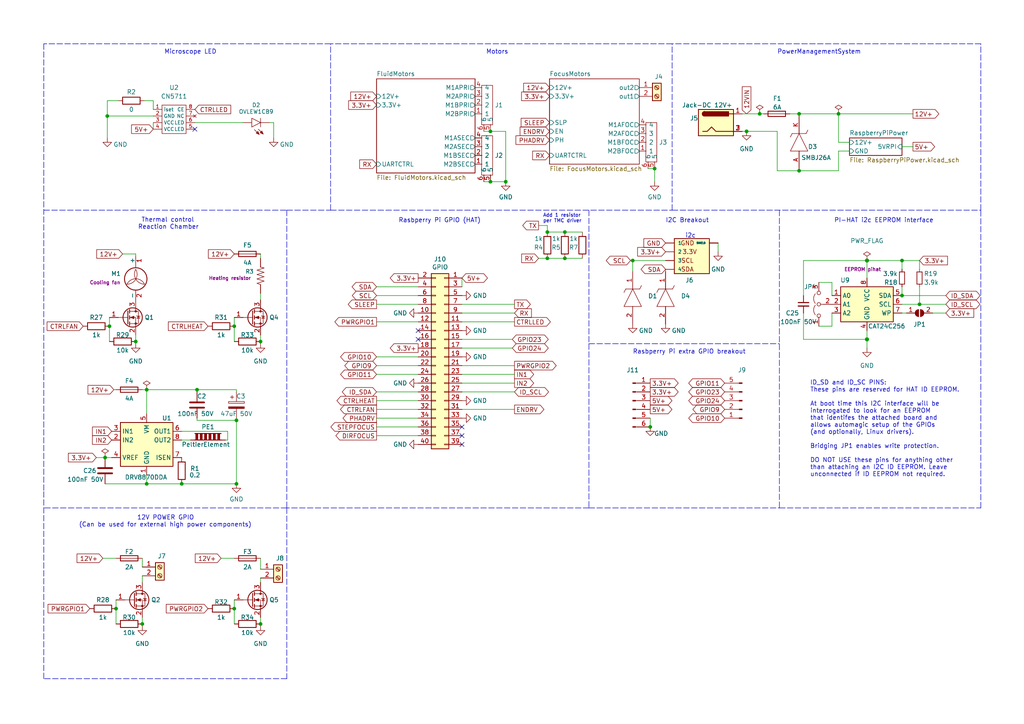
<source format=kicad_sch>
(kicad_sch (version 20211123) (generator eeschema)
  (paper "A4")
  (title_block (title "Rastaban-HAT") (date "2022-12-08") (rev "1.6") (company "HAN") (comment 1 "Casper R. Tak"))
  (junction (at 57.15 113.03))
  (junction (at 231.775 49.53))
  (junction (at 67.945 176.53))
  (junction (at 75.565 99.06))
  (junction (at 231.775 33.02))
  (junction (at 68.58 140.335))
  (junction (at 33.655 176.53))
  (junction (at 42.545 140.335))
  (junction (at 142.24 38.1))
  (junction (at 67.945 94.615))
  (junction (at 146.685 52.705))
  (junction (at 39.37 99.06))
  (junction (at 158.75 74.93))
  (junction (at 266.7 88.265))
  (junction (at 163.83 74.93))
  (junction (at 189.865 48.895))
  (junction (at 261.62 75.565))
  (junction (at 188.595 123.825))
  (junction (at 261.62 85.725))
  (junction (at 52.705 140.335))
  (junction (at 183.515 75.565))
  (junction (at 216.535 38.1))
  (junction (at 31.115 33.655))
  (junction (at 41.275 180.975))
  (junction (at 243.205 33.02))
  (junction (at 251.46 75.565) (diameter 1.016))
  (junction (at 142.24 52.705))
  (junction (at 31.75 94.615))
  (junction (at 163.83 67.31))
  (junction (at 220.345 33.02))
  (junction (at 30.48 132.715))
  (junction (at 158.75 67.31))
  (junction (at 68.58 121.92))
  (junction (at 42.545 113.03))
  (junction (at 75.565 180.975))
  (junction (at 251.46 98.425) (diameter 1.016))
  (no_connect (at 133.985 123.825))
  (no_connect (at 121.285 95.885))
  (no_connect (at 121.285 98.425))
  (no_connect (at 133.985 128.905))
  (no_connect (at 56.515 37.465))
  (no_connect (at 133.985 126.365))
  (wire (pts (xy 56.515 35.56) (xy 70.485 35.56)))
  (wire (pts (xy 27.94 132.715) (xy 30.48 132.715)))
  (wire (pts (xy 146.685 38.1) (xy 146.685 52.705)))
  (wire (pts (xy 233.045 98.425) (xy 251.46 98.425)))
  (wire (pts (xy 121.285 93.345) (xy 109.22 93.345)))
  (wire (pts (xy 133.985 90.805) (xy 149.225 90.805)))
  (wire (pts (xy 39.37 99.06) (xy 39.37 99.695)))
  (wire (pts (xy 78.105 35.56) (xy 79.375 35.56)))
  (wire (pts (xy 266.7 88.265) (xy 274.32 88.265)))
  (wire (pts (xy 66.04 125.095) (xy 52.705 125.095)))
  (wire (pts (xy 31.115 33.655) (xy 44.45 33.655)))
  (wire (pts (xy 261.62 42.545) (xy 264.795 42.545)))
  (wire (pts (xy 216.535 38.1) (xy 225.425 38.1)))
  (polyline (pts (xy 95.885 60.96) (xy 194.945 60.96)))
  (wire (pts (xy 187.96 48.895) (xy 189.865 48.895)))
  (polyline (pts (xy 170.815 147.32) (xy 226.06 147.32)))
  (wire (pts (xy 29.845 161.925) (xy 33.655 161.925)))
  (wire (pts (xy 261.62 75.565) (xy 261.62 78.105)))
  (wire (pts (xy 261.62 88.265) (xy 266.7 88.265)))
  (wire (pts (xy 156.21 65.405) (xy 158.75 65.405)))
  (wire (pts (xy 52.705 127.635) (xy 55.245 127.635)))
  (wire (pts (xy 109.22 106.045) (xy 121.285 106.045)))
  (wire (pts (xy 237.49 81.915) (xy 241.3 81.915)))
  (wire (pts (xy 156.21 74.93) (xy 158.75 74.93)))
  (wire (pts (xy 140.335 38.1) (xy 142.24 38.1)))
  (wire (pts (xy 121.285 103.505) (xy 109.22 103.505)))
  (wire (pts (xy 33.02 113.03) (xy 33.655 113.03)))
  (wire (pts (xy 189.865 48.895) (xy 189.865 52.705)))
  (wire (pts (xy 121.285 121.285) (xy 109.22 121.285)))
  (polyline (pts (xy 226.06 147.32) (xy 284.48 147.32)))
  (wire (pts (xy 65.405 127.635) (xy 66.04 127.635)))
  (wire (pts (xy 75.565 97.155) (xy 75.565 99.06)))
  (wire (pts (xy 251.46 75.565) (xy 251.46 80.645)))
  (wire (pts (xy 133.985 106.045) (xy 149.225 106.045)))
  (wire (pts (xy 109.22 126.365) (xy 121.285 126.365)))
  (wire (pts (xy 163.83 74.93) (xy 168.91 74.93)))
  (wire (pts (xy 75.565 180.975) (xy 75.565 181.61)))
  (polyline (pts (xy 83.185 147.32) (xy 83.185 196.85)))
  (polyline (pts (xy 194.945 60.96) (xy 284.48 60.96)))
  (wire (pts (xy 188.595 121.285) (xy 188.595 123.825)))
  (wire (pts (xy 42.545 113.03) (xy 42.545 120.015)))
  (polyline (pts (xy 95.885 60.96) (xy 95.885 12.7)))
  (wire (pts (xy 241.3 90.805) (xy 241.3 94.615)))
  (wire (pts (xy 109.22 116.205) (xy 121.285 116.205)))
  (wire (pts (xy 67.945 173.99) (xy 67.945 176.53)))
  (wire (pts (xy 193.04 78.105) (xy 193.04 78.74)))
  (wire (pts (xy 109.22 123.825) (xy 121.285 123.825)))
  (wire (pts (xy 75.565 179.07) (xy 75.565 180.975)))
  (wire (pts (xy 133.985 100.965) (xy 148.59 100.965)))
  (polyline (pts (xy 83.185 60.96) (xy 95.885 60.96)))
  (wire (pts (xy 251.46 98.425) (xy 251.46 100.965)))
  (wire (pts (xy 133.985 118.745) (xy 149.225 118.745)))
  (wire (pts (xy 109.22 108.585) (xy 121.285 108.585)))
  (wire (pts (xy 68.58 113.665) (xy 68.58 113.03)))
  (wire (pts (xy 41.275 161.925) (xy 41.275 164.465)))
  (wire (pts (xy 57.15 121.285) (xy 57.15 121.92)))
  (wire (pts (xy 41.91 29.21) (xy 44.45 29.21)))
  (wire (pts (xy 34.29 29.21) (xy 31.115 29.21)))
  (polyline (pts (xy 170.815 72.39) (xy 170.815 99.695)))
  (wire (pts (xy 243.205 43.815) (xy 246.38 43.815)))
  (polyline (pts (xy 226.06 60.96) (xy 226.06 72.39)))
  (polyline (pts (xy 170.815 99.695) (xy 226.06 99.695)))
  (wire (pts (xy 251.46 95.885) (xy 251.46 98.425)))
  (wire (pts (xy 163.83 67.31) (xy 168.91 67.31)))
  (polyline (pts (xy 170.815 60.96) (xy 170.815 72.39)))
  (wire (pts (xy 68.58 121.92) (xy 68.58 140.335)))
  (wire (pts (xy 182.88 75.565) (xy 183.515 75.565)))
  (wire (pts (xy 133.985 88.265) (xy 149.225 88.265)))
  (wire (pts (xy 183.515 75.565) (xy 183.515 78.74)))
  (wire (pts (xy 44.45 35.56) (xy 44.45 37.465)))
  (wire (pts (xy 241.3 81.915) (xy 241.3 85.725)))
  (wire (pts (xy 42.545 140.335) (xy 52.705 140.335)))
  (wire (pts (xy 75.565 99.06) (xy 75.565 99.695)))
  (wire (pts (xy 133.985 113.665) (xy 149.225 113.665)))
  (wire (pts (xy 109.22 88.265) (xy 121.285 88.265)))
  (wire (pts (xy 243.205 33.02) (xy 264.795 33.02)))
  (wire (pts (xy 261.62 90.805) (xy 262.89 90.805)))
  (polyline (pts (xy 170.815 147.32) (xy 83.185 147.32)))
  (wire (pts (xy 57.15 113.03) (xy 68.58 113.03)))
  (polyline (pts (xy 83.185 196.85) (xy 12.7 196.85)))
  (wire (pts (xy 121.285 113.665) (xy 109.22 113.665)))
  (wire (pts (xy 140.335 52.705) (xy 142.24 52.705)))
  (wire (pts (xy 39.37 97.155) (xy 39.37 99.06)))
  (wire (pts (xy 41.275 179.07) (xy 41.275 180.975)))
  (polyline (pts (xy 83.185 60.96) (xy 83.185 147.32)))
  (wire (pts (xy 31.115 29.21) (xy 31.115 33.655)))
  (wire (pts (xy 158.75 74.93) (xy 163.83 74.93)))
  (wire (pts (xy 231.775 33.02) (xy 243.205 33.02)))
  (wire (pts (xy 121.285 83.185) (xy 109.22 83.185)))
  (wire (pts (xy 133.985 111.125) (xy 149.225 111.125)))
  (wire (pts (xy 39.37 73.66) (xy 35.56 73.66)))
  (polyline (pts (xy 82.55 60.96) (xy 82.55 60.96)))
  (wire (pts (xy 158.75 65.405) (xy 158.75 67.31)))
  (wire (pts (xy 57.15 121.92) (xy 68.58 121.92)))
  (wire (pts (xy 261.62 83.185) (xy 261.62 85.725)))
  (polyline (pts (xy 194.945 12.7) (xy 95.885 12.7)))
  (wire (pts (xy 246.38 41.275) (xy 243.205 41.275)))
  (polyline (pts (xy 170.815 99.695) (xy 170.815 147.32)))
  (wire (pts (xy 39.37 74.295) (xy 39.37 73.66)))
  (wire (pts (xy 31.75 94.615) (xy 31.75 99.06)))
  (wire (pts (xy 142.24 38.1) (xy 146.685 38.1)))
  (wire (pts (xy 133.985 93.345) (xy 149.225 93.345)))
  (wire (pts (xy 66.04 127.635) (xy 66.04 125.095)))
  (wire (pts (xy 41.275 113.03) (xy 42.545 113.03)))
  (wire (pts (xy 215.265 38.1) (xy 216.535 38.1)))
  (wire (pts (xy 133.985 98.425) (xy 148.59 98.425)))
  (wire (pts (xy 142.24 52.705) (xy 146.685 52.705)))
  (wire (pts (xy 208.28 70.485) (xy 208.28 73.025)))
  (wire (pts (xy 64.135 161.925) (xy 67.945 161.925)))
  (wire (pts (xy 41.275 167.005) (xy 41.275 168.91)))
  (polyline (pts (xy 95.885 12.7) (xy 12.7 12.7)))
  (wire (pts (xy 33.655 176.53) (xy 33.655 180.975)))
  (wire (pts (xy 109.22 118.745) (xy 121.285 118.745)))
  (wire (pts (xy 270.51 90.805) (xy 274.32 90.805)))
  (wire (pts (xy 220.345 33.02) (xy 221.488 33.02)))
  (polyline (pts (xy 284.48 12.7) (xy 194.945 12.7)))
  (wire (pts (xy 231.775 33.02) (xy 231.775 33.655)))
  (wire (pts (xy 30.48 132.715) (xy 32.385 132.715)))
  (wire (pts (xy 67.945 94.615) (xy 67.945 99.06)))
  (wire (pts (xy 42.545 140.335) (xy 42.545 137.795)))
  (wire (pts (xy 233.045 90.805) (xy 233.045 98.425)))
  (wire (pts (xy 215.265 33.02) (xy 220.345 33.02)))
  (wire (pts (xy 33.655 173.99) (xy 33.655 176.53)))
  (wire (pts (xy 42.545 113.03) (xy 57.15 113.03)))
  (wire (pts (xy 158.75 67.31) (xy 163.83 67.31)))
  (wire (pts (xy 225.425 38.1) (xy 225.425 49.53)))
  (wire (pts (xy 79.375 35.56) (xy 79.375 40.005)))
  (wire (pts (xy 109.22 85.725) (xy 121.285 85.725)))
  (wire (pts (xy 266.7 78.105) (xy 266.7 75.565)))
  (wire (pts (xy 31.115 33.655) (xy 31.115 40.005)))
  (wire (pts (xy 75.565 161.925) (xy 75.565 165.1)))
  (wire (pts (xy 261.62 75.565) (xy 266.7 75.565)))
  (wire (pts (xy 243.205 33.02) (xy 243.205 41.275)))
  (wire (pts (xy 133.985 108.585) (xy 149.225 108.585)))
  (wire (pts (xy 75.565 167.64) (xy 75.565 168.91)))
  (polyline (pts (xy 194.945 60.96) (xy 194.945 12.7)))
  (polyline (pts (xy 12.7 142.24) (xy 12.7 60.96)))
  (polyline (pts (xy 284.48 147.32) (xy 284.48 60.96)))
  (wire (pts (xy 68.58 121.285) (xy 68.58 121.92)))
  (wire (pts (xy 233.045 75.565) (xy 251.46 75.565)))
  (wire (pts (xy 67.945 92.075) (xy 67.945 94.615)))
  (wire (pts (xy 67.945 176.53) (xy 67.945 180.975)))
  (wire (pts (xy 30.48 140.335) (xy 42.545 140.335)))
  (wire (pts (xy 225.425 49.53) (xy 231.775 49.53)))
  (wire (pts (xy 233.045 75.565) (xy 233.045 85.725)))
  (polyline (pts (xy 12.7 12.7) (xy 12.7 60.96)))
  (polyline (pts (xy 284.48 60.96) (xy 284.48 12.7)))
  (wire (pts (xy 31.75 92.075) (xy 31.75 94.615)))
  (wire (pts (xy 41.275 180.975) (xy 41.275 181.61)))
  (wire (pts (xy 133.985 80.645) (xy 133.985 83.185)))
  (wire (pts (xy 241.3 94.615) (xy 237.49 94.615)))
  (wire (pts (xy 266.7 83.185) (xy 266.7 88.265)))
  (wire (pts (xy 243.205 43.815) (xy 243.205 49.53)))
  (wire (pts (xy 75.565 73.66) (xy 75.565 74.93)))
  (wire (pts (xy 68.58 140.335) (xy 52.705 140.335)))
  (wire (pts (xy 261.62 85.725) (xy 274.32 85.725)))
  (polyline (pts (xy 226.06 72.39) (xy 226.06 147.32)))
  (wire (pts (xy 75.565 85.09) (xy 75.565 86.995)))
  (polyline (pts (xy 83.185 147.32) (xy 12.7 147.32)))
  (wire (pts (xy 57.15 113.03) (xy 57.15 113.665)))
  (wire (pts (xy 231.775 48.895) (xy 231.775 49.53)))
  (wire (pts (xy 44.45 29.21) (xy 44.45 31.75)))
  (polyline (pts (xy 12.7 196.85) (xy 12.7 142.24)))
  (wire (pts (xy 183.515 75.565) (xy 193.04 75.565)))
  (wire (pts (xy 231.775 49.53) (xy 243.205 49.53)))
  (wire (pts (xy 229.108 33.02) (xy 231.775 33.02)))
  (polyline (pts (xy 12.7 60.96) (xy 83.185 60.96)))
  (wire (pts (xy 251.46 75.565) (xy 261.62 75.565)))
  (text "ID_SD and ID_SC PINS:\nThese pins are reserved for HAT ID EEPROM.\n\nAt boot time this I2C interface will be\ninterrogated to look for an EEPROM\nthat identifes the attached board and\nallows automagic setup of the GPIOs\n(and optionally, Linux drivers).\n\nBridging JP1 enables write protection.\n\nDO NOT USE these pins for anything other\nthan attaching an I2C ID EEPROM. Leave\nunconnected if ID EEPROM not required." (at 234.95 138.43 0) (effects (font (size 1.27 1.27)) (justify left bottom)))
  (text "Add 1 resistor \nper TMC driver" (at 157.48 64.77 0) (effects (font (size 1 1)) (justify left bottom)))
  (text "I2C Breakout\n" (at 193.04 64.77 0) (effects (font (size 1.27 1.27)) (justify left bottom)))
  (text "Microscope LED" (at 47.625 15.875 0) (effects (font (size 1.27 1.27)) (justify left bottom)))
  (text "Rasbperry Pi extra GPIO breakout\n" (at 183.515 102.87 0) (effects (font (size 1.27 1.27)) (justify left bottom)))
  (text "Motors" (at 140.97 15.875 0) (effects (font (size 1.27 1.27)) (justify left bottom)))
  (text " Thermal control\nReaction Chamber" (at 40.005 66.675 0) (effects (font (size 1.27 1.27)) (justify left bottom)))
  (text "			  12V POWER GPIO\n(Can be used for external high power components)" (at 22.86 153.035 0) (effects (font (size 1.27 1.27)) (justify left bottom)))
  (text "i2c" (at 198.755 69.215 0) (effects (font (size 1.27 1.27)) (justify left bottom)))
  (text "Rasbperry Pi GPIO (HAT)\n" (at 115.57 64.77 0) (effects (font (size 1.27 1.27)) (justify left bottom)))
  (text "PI-HAT i2c EEPROM interface" (at 241.935 64.77 0) (effects (font (size 1.27 1.27)) (justify left bottom)))
  (text "PowerManagementSystem" (at 225.425 15.875 0) (effects (font (size 1.27 1.27)) (justify left bottom)))
  (global_label "SLEEP" (shape output) (at 109.22 88.265 180) (property "Intersheet References" "${INTERSHEET_REFS}" (effects hide)))
  (global_label "IN1" (shape output) (at 149.225 108.585 0) (property "Intersheet References" "${INTERSHEET_REFS}" (effects hide)))
  (global_label "GPIO9" (shape bidirectional) (at 210.185 118.745 180) (property "Intersheet References" "${INTERSHEET_REFS}" (effects hide)))
  (global_label "GND" (shape input) (at 193.04 70.485 180) (property "Intersheet References" "${INTERSHEET_REFS}" (effects hide)))
  (global_label "ENDRV" (shape input) (at 159.385 38.1 180) (property "Intersheet References" "${INTERSHEET_REFS}" (effects hide)))
  (global_label "IN2" (shape output) (at 149.225 111.125 0) (property "Intersheet References" "${INTERSHEET_REFS}" (effects hide)))
  (global_label "3.3V+" (shape input) (at 109.22 30.48 180) (property "Intersheet References" "${INTERSHEET_REFS}" (effects hide)))
  (global_label "SDA" (shape bidirectional) (at 193.04 78.105 180) (property "Intersheet References" "${INTERSHEET_REFS}" (effects hide)))
  (global_label "PHADRV" (shape output) (at 109.22 121.285 180) (property "Intersheet References" "${INTERSHEET_REFS}" (effects hide)))
  (global_label "5V+" (shape output) (at 188.595 116.205 0) (property "Intersheet References" "${INTERSHEET_REFS}" (effects hide)))
  (global_label "3.3V+" (shape input) (at 266.7 75.565 0) (property "Intersheet References" "${INTERSHEET_REFS}" (effects hide)))
  (global_label "3.3V+" (shape output) (at 188.595 111.125 0) (property "Intersheet References" "${INTERSHEET_REFS}" (effects hide)))
  (global_label "GPIO23" (shape bidirectional) (at 210.185 113.665 180) (property "Intersheet References" "${INTERSHEET_REFS}" (effects hide)))
  (global_label "ID_SDA" (shape bidirectional) (at 274.32 85.725 0) (property "Intersheet References" "${INTERSHEET_REFS}" (effects hide)))
  (global_label "12V+" (shape input) (at 35.56 73.66 180) (property "Intersheet References" "${INTERSHEET_REFS}" (effects hide)))
  (global_label "IN1" (shape input) (at 32.385 125.095 180) (property "Intersheet References" "${INTERSHEET_REFS}" (effects hide)))
  (global_label "GPIO11" (shape bidirectional) (at 210.185 111.125 180) (property "Intersheet References" "${INTERSHEET_REFS}" (effects hide)))
  (global_label "12V+" (shape input) (at 159.385 25.4 180) (property "Intersheet References" "${INTERSHEET_REFS}" (effects hide)))
  (global_label "3.3V+" (shape output) (at 188.595 113.665 0) (property "Intersheet References" "${INTERSHEET_REFS}" (effects hide)))
  (global_label "3.3V+" (shape output) (at 121.285 100.965 180) (property "Intersheet References" "${INTERSHEET_REFS}" (effects hide)))
  (global_label "5V+" (shape bidirectional) (at 133.985 80.645 0) (property "Intersheet References" "${INTERSHEET_REFS}" (effects hide)))
  (global_label "3.3V+" (shape input) (at 27.94 132.715 180) (property "Intersheet References" "${INTERSHEET_REFS}" (effects hide)))
  (global_label "IN2" (shape input) (at 32.385 127.635 180) (property "Intersheet References" "${INTERSHEET_REFS}" (effects hide)))
  (global_label "GPIO24" (shape bidirectional) (at 210.185 116.205 180) (property "Intersheet References" "${INTERSHEET_REFS}" (effects hide)))
  (global_label "SCL" (shape bidirectional) (at 182.88 75.565 180) (property "Intersheet References" "${INTERSHEET_REFS}" (effects hide)))
  (global_label "GPIO24" (shape bidirectional) (at 148.59 100.965 0) (property "Intersheet References" "${INTERSHEET_REFS}" (effects hide)))
  (global_label "3.3V+" (shape output) (at 121.285 80.645 180) (property "Intersheet References" "${INTERSHEET_REFS}" (effects hide)))
  (global_label "5V+" (shape output) (at 264.795 42.545 0) (property "Intersheet References" "${INTERSHEET_REFS}" (effects hide)))
  (global_label "5V+" (shape output) (at 188.595 118.745 0) (property "Intersheet References" "${INTERSHEET_REFS}" (effects hide)))
  (global_label "PWRGPIO1" (shape input) (at 26.035 176.53 180) (property "Intersheet References" "${INTERSHEET_REFS}" (effects hide)))
  (global_label "GPIO10" (shape bidirectional) (at 210.185 121.285 180) (property "Intersheet References" "${INTERSHEET_REFS}" (effects hide)))
  (global_label "3.3V+" (shape input) (at 159.385 27.94 180) (property "Intersheet References" "${INTERSHEET_REFS}" (effects hide)))
  (global_label "PWRGPIO2" (shape input) (at 60.325 176.53 180) (property "Intersheet References" "${INTERSHEET_REFS}" (effects hide)))
  (global_label "RX" (shape input) (at 149.225 90.805 0) (property "Intersheet References" "${INTERSHEET_REFS}" (effects hide)))
  (global_label "SDA" (shape bidirectional) (at 109.22 83.185 180) (property "Intersheet References" "${INTERSHEET_REFS}" (effects hide)))
  (global_label "12V+" (shape input) (at 67.945 73.66 180) (property "Intersheet References" "${INTERSHEET_REFS}" (effects hide)))
  (global_label "3.3V+" (shape input) (at 193.04 73.025 180) (property "Intersheet References" "${INTERSHEET_REFS}" (effects hide)))
  (global_label "12V+" (shape input) (at 29.845 161.925 180) (property "Intersheet References" "${INTERSHEET_REFS}" (effects hide)))
  (global_label "RX" (shape input) (at 109.22 47.625 180) (property "Intersheet References" "${INTERSHEET_REFS}" (effects hide)))
  (global_label "PHADRV" (shape input) (at 159.385 40.64 180) (property "Intersheet References" "${INTERSHEET_REFS}" (effects hide)))
  (global_label "CTRLLED" (shape output) (at 149.225 93.345 0) (property "Intersheet References" "${INTERSHEET_REFS}" (effects hide)))
  (global_label "CTRLFAN" (shape input) (at 24.13 94.615 180) (property "Intersheet References" "${INTERSHEET_REFS}" (effects hide)))
  (global_label "5V+" (shape input) (at 44.45 37.465 180) (property "Intersheet References" "${INTERSHEET_REFS}" (effects hide)))
  (global_label "3.3V+" (shape input) (at 274.32 90.805 0) (property "Intersheet References" "${INTERSHEET_REFS}" (effects hide)))
  (global_label "ID_SCL" (shape bidirectional) (at 274.32 88.265 0) (property "Intersheet References" "${INTERSHEET_REFS}" (effects hide)))
  (global_label "12V+" (shape input) (at 64.135 161.925 180) (property "Intersheet References" "${INTERSHEET_REFS}" (effects hide)))
  (global_label "TX" (shape output) (at 149.225 88.265 0) (property "Intersheet References" "${INTERSHEET_REFS}" (effects hide)))
  (global_label "GPIO10" (shape bidirectional) (at 109.22 103.505 180) (property "Intersheet References" "${INTERSHEET_REFS}" (effects hide)))
  (global_label "GPIO23" (shape bidirectional) (at 148.59 98.425 0) (property "Intersheet References" "${INTERSHEET_REFS}" (effects hide)))
  (global_label "SLEEP" (shape input) (at 159.385 35.56 180) (property "Intersheet References" "${INTERSHEET_REFS}" (effects hide)))
  (global_label "TX" (shape output) (at 156.21 65.405 180) (property "Intersheet References" "${INTERSHEET_REFS}" (effects hide)))
  (global_label "PWRGPIO2" (shape output) (at 149.225 106.045 0) (property "Intersheet References" "${INTERSHEET_REFS}" (effects hide)))
  (global_label "RX" (shape input) (at 159.385 45.085 180) (property "Intersheet References" "${INTERSHEET_REFS}" (effects hide)))
  (global_label "12V+" (shape output) (at 264.795 33.02 0) (property "Intersheet References" "${INTERSHEET_REFS}" (effects hide)))
  (global_label "DIRFOCUS" (shape output) (at 109.22 126.365 180) (property "Intersheet References" "${INTERSHEET_REFS}" (effects hide)))
  (global_label "GPIO9" (shape bidirectional) (at 109.22 106.045 180) (property "Intersheet References" "${INTERSHEET_REFS}" (effects hide)))
  (global_label "CTRLHEAT" (shape output) (at 109.22 116.205 180) (property "Intersheet References" "${INTERSHEET_REFS}" (effects hide)))
  (global_label "ID_SCL" (shape bidirectional) (at 149.225 113.665 0) (property "Intersheet References" "${INTERSHEET_REFS}" (effects hide)))
  (global_label "12VIN" (shape input) (at 216.535 33.02 90) (property "Intersheet References" "${INTERSHEET_REFS}" (effects hide)))
  (global_label "CTRLFAN" (shape output) (at 109.22 118.745 180) (property "Intersheet References" "${INTERSHEET_REFS}" (effects hide)))
  (global_label "ID_SDA" (shape bidirectional) (at 109.22 113.665 180) (property "Intersheet References" "${INTERSHEET_REFS}" (effects hide)))
  (global_label "12V+" (shape input) (at 33.02 113.03 180) (property "Intersheet References" "${INTERSHEET_REFS}" (effects hide)))
  (global_label "RX" (shape input) (at 156.21 74.93 180) (property "Intersheet References" "${INTERSHEET_REFS}" (effects hide)))
  (global_label "GPIO11" (shape bidirectional) (at 109.22 108.585 180) (property "Intersheet References" "${INTERSHEET_REFS}" (effects hide)))
  (global_label "PWRGPIO1" (shape output) (at 109.22 93.345 180) (property "Intersheet References" "${INTERSHEET_REFS}" (effects hide)))
  (global_label "SCL" (shape bidirectional) (at 109.22 85.725 180) (property "Intersheet References" "${INTERSHEET_REFS}" (effects hide)))
  (global_label "CTRLLED" (shape input) (at 56.515 31.75 0) (property "Intersheet References" "${INTERSHEET_REFS}" (effects hide)))
  (global_label "STEPFOCUS" (shape output) (at 109.22 123.825 180) (property "Intersheet References" "${INTERSHEET_REFS}" (effects hide)))
  (global_label "CTRLHEAT" (shape input) (at 60.325 94.615 180) (property "Intersheet References" "${INTERSHEET_REFS}" (effects hide)))
  (global_label "ENDRV" (shape output) (at 149.225 118.745 0) (property "Intersheet References" "${INTERSHEET_REFS}" (effects hide)))
  (global_label "12V+" (shape input) (at 109.22 27.94 180) (property "Intersheet References" "${INTERSHEET_REFS}" (effects hide)))
  (symbol (lib_id "Connector:Screw_Terminal_01x02") (at 46.355 164.465 0) (unit 1)
    (property "Reference" "J7" (at 45.72 161.29 0) (effects (justify left)))
    (property "Value" "Screw_Terminal_01x02" (effects hide))
    (property "Footprint" "SamacSys_Parts:1808190" (effects hide))
    (property "Datasheet" "https://www.phoenixcontact.com/en-us/products/pcb-header-ptsm-05-2-hh0-25-smd-r32-1808190?type=pdf" (effects hide))
    (property "Purpose" "Terminal" (effects hide))
    (property "Mouser" "651-1808190" (effects hide))
  )
  (symbol (lib_id "Device:C_Polarized") (at 68.58 117.475 0) (unit 1)
    (property "Reference" "C3" (at 69.85 114.935 0))
    (property "Value" "47uF 50V" (at 68.58 120.015 0))
    (property "Footprint" "Capacitor_SMD:CP_Elec_6.3x5.4" (effects hide))
    (property "Manufacturer_Part_Number" "C2918513" (effects hide))
    (property "LCSC" "C72522" (effects hide))
    (property "Purpose" "decoupling" (effects hide))
  )
  (symbol (lib_id "power:GND") (at 121.285 111.125 270) (unit 1)
    (property "Reference" "#PWR0109" (effects hide))
    (property "Value" "GND" (at 118.11 111.125 90) (effects (justify right)))
  )
  (symbol (lib_id "power:GND") (at 39.37 99.695 0) (unit 1)
    (property "Reference" "#PWR03" (effects hide))
    (property "Value" "GND" (at 39.37 104.775 0))
  )
  (symbol (lib_id "power:PWR_FLAG") (at 42.545 113.03 0) (unit 1)
    (property "Reference" "#FLG0107" (effects hide))
    (property "Value" "PWR_FLAG" (effects hide))
  )
  (symbol (lib_id "Device:Fuse") (at 37.465 161.925 90) (unit 1)
    (property "Reference" "F2" (at 37.465 160.02 90))
    (property "Value" "2A" (at 37.465 164.465 90))
    (property "Footprint" "Fuse:Fuse_2010_5025Metric_Pad1.52x2.65mm_HandSolder" (effects hide))
    (property "LCSC" "C355689" (effects hide))
  )
  (symbol (lib_id "power:GND") (at 121.285 90.805 270) (unit 1)
    (property "Reference" "#PWR0115" (effects hide))
    (property "Value" "GND" (at 118.11 90.805 90) (effects (justify right)))
  )
  (symbol (lib_id "power:PWR_FLAG") (at 251.46 75.565 0) (unit 1)
    (property "Reference" "#FLG0104" (effects hide))
    (property "Value" "PWR_FLAG" (at 251.46 69.85 0))
  )
  (symbol (lib_id "Device:R") (at 163.83 71.12 180) (unit 1)
    (property "Reference" "R5" (at 161.29 71.755 0))
    (property "Value" "1k" (at 161.29 69.215 0))
    (property "Footprint" "Resistor_SMD:R_0805_2012Metric_Pad1.20x1.40mm_HandSolder" (effects hide))
    (property "Purpose" "to prevent current surge (ESD)" (effects hide))
    (property "LCSC" "C17414" (effects hide))
  )
  (symbol (lib_id "Connector:Conn_01x05_Male") (at 215.265 116.205 180) (unit 1)
    (property "Reference" "J9" (at 213.995 107.315 0) (effects (justify right)))
    (property "Value" "Conn_01x05_Male" (effects hide))
    (property "Footprint" "Connector_PinHeader_2.54mm:PinHeader_1x05_P2.54mm_Vertical" (effects hide))
    (property "LCSC" "x" (effects hide))
    (property "Mouser" "x" (effects hide))
  )
  (symbol (lib_id "Connector:Screw_Terminal_01x02") (at 80.645 165.1 0) (unit 1)
    (property "Reference" "J8" (at 80.01 161.925 0) (effects (justify left)))
    (property "Value" "Screw_Terminal_01x02" (effects hide))
    (property "Footprint" "SamacSys_Parts:1808190" (effects hide))
    (property "Datasheet" "https://www.phoenixcontact.com/en-us/products/pcb-header-ptsm-05-2-hh0-25-smd-r32-1808190?type=pdf" (effects hide))
    (property "Purpose" "Terminal" (effects hide))
    (property "Mouser" "651-1808190" (effects hide))
  )
  (symbol (lib_id "Device:R") (at 168.91 71.12 180) (unit 1)
    (property "Reference" "R7" (at 166.37 71.755 0))
    (property "Value" "1k" (at 166.37 69.215 0))
    (property "Footprint" "Resistor_SMD:R_0805_2012Metric_Pad1.20x1.40mm_HandSolder" (effects hide))
    (property "Purpose" "to prevent current surge (ESD)" (effects hide))
    (property "LCSC" "C17414" (effects hide))
  )
  (symbol (lib_id "Device:R") (at 29.845 176.53 90) (unit 1)
    (property "Reference" "R28" (at 29.845 173.99 90))
    (property "Value" "1k" (at 29.845 179.07 90))
    (property "Footprint" "Resistor_SMD:R_0805_2012Metric_Pad1.20x1.40mm_HandSolder" (effects hide))
    (property "Purpose" "to prevent current surge (ESD)" (effects hide))
    (property "LCSC" "C17414" (effects hide))
  )
  (symbol (lib_id "power:GND") (at 41.275 181.61 0) (unit 1)
    (property "Reference" "#PWR04" (effects hide))
    (property "Value" "GND" (at 41.275 186.69 0))
  )
  (symbol (lib_id "Device:R") (at 64.135 94.615 90) (unit 1)
    (property "Reference" "R31" (at 64.135 92.075 90))
    (property "Value" "1k" (at 64.135 97.155 90))
    (property "Footprint" "Resistor_SMD:R_0805_2012Metric_Pad1.20x1.40mm_HandSolder" (effects hide))
    (property "Purpose" "to prevent current surge (ESD)" (effects hide))
    (property "LCSC" "C17414" (effects hide))
  )
  (symbol (lib_id "Transistor_FET:2N7002K") (at 73.025 173.99 0) (unit 1)
    (property "Reference" "Q5" (at 78.105 173.99 0) (effects (justify left)))
    (property "Value" "PMV15ENE" (effects hide))
    (property "Footprint" "Package_TO_SOT_SMD:SOT-23" (effects hide))
    (property "Datasheet" "https://nl.mouser.com/datasheet/2/916/PMV15ENE-2909821.pdf" (effects hide))
    (property "Mouser" "771-PMV15ENER" (effects hide))
  )
  (symbol (lib_name "1778780_1") (lib_id "SamacSys_Parts:1778780") (at 144.78 31.115 180) (unit 1)
    (property "Reference" "J1" (at 143.51 30.4799 0) (effects (justify right)))
    (property "Value" "1778780" (effects hide))
    (property "Footprint" "SamacSys_Parts:1778780" (effects hide))
    (property "Datasheet" "http://www.phoenixcontact.com/de/produkte/1778780/pdf" (effects hide))
    (property "Description" "PCB header, nominal cross section: 0.5 mm?, color: black, nominal current: 6 A, rated voltage (III/2): 160 V, contact surface: Tin, type of contact: Male connector, Number of potentials: 4, Number of rows: 1, Number of positions per row: 4, number of connections: 4, product range: PTSM 0,5/..-HH-SMD, pitch: 2.5 mm, mounting: SMD soldering, pin layout: Linear pad geometry, Stecksystem: COMBICON COMPACT PTSM, Locking: without, type of packaging: 32 mm wide tape, Article with anti-rotation pin" (effects hide))
    (property "Height" "5.1" (effects hide))
    (property "Mouser Part Number" "651-1778780" (effects hide))
    (property "Mouser Price/Stock" "https://www.mouser.co.uk/ProductDetail/Phoenix-Contact/1778780?qs=pYfYGt2amwkFYtacWTGMiw%3D%3D" (effects hide))
    (property "Manufacturer_Name" "Phoenix Contact" (effects hide))
    (property "Manufacturer_Part_Number" "1778780" (effects hide))
    (property "LCSC" "C5173835" (effects hide))
  )
  (symbol (lib_id "power:GND") (at 133.985 95.885 90) (unit 1)
    (property "Reference" "#PWR0112" (effects hide))
    (property "Value" "GND" (at 137.16 95.8849 90) (effects (justify right)))
  )
  (symbol (lib_id "Motor:Fan") (at 39.37 81.915 0) (unit 1)
    (property "Reference" "M1" (at 33.655 79.375 0))
    (property "Value" "Fan" (effects hide))
    (property "Footprint" "SamacSys_Parts:1808190" (effects hide))
    (property "Datasheet" "https://www.phoenixcontact.com/en-us/products/pcb-header-ptsm-05-2-hh0-25-smd-r32-1808190?type=pdf" (effects hide))
    (property "Purpose" "Cooling fan" (at 30.48 81.915 0) (effects (font (size 1 1))))
    (property "Mouser" "651-1808190" (effects hide))
  )
  (symbol (lib_id "Device:R") (at 64.135 176.53 90) (unit 1)
    (property "Reference" "R32" (at 64.135 174.625 90))
    (property "Value" "1k" (at 64.135 179.07 90))
    (property "Footprint" "Resistor_SMD:R_0805_2012Metric_Pad1.20x1.40mm_HandSolder" (effects hide))
    (property "Purpose" "to prevent current surge (ESD)" (effects hide))
    (property "LCSC" "C17414" (effects hide))
  )
  (symbol (lib_id "power:PWR_FLAG") (at 243.205 33.02 0) (unit 1)
    (property "Reference" "#FLG0106" (effects hide))
    (property "Value" "PWR_FLAG" (effects hide))
  )
  (symbol (lib_name "1778780_1") (lib_id "SamacSys_Parts:1778780") (at 144.78 45.72 180) (unit 1)
    (property "Reference" "J2" (at 143.51 45.0849 0) (effects (justify right)))
    (property "Value" "1778780" (effects hide))
    (property "Footprint" "SamacSys_Parts:1778780" (effects hide))
    (property "Datasheet" "http://www.phoenixcontact.com/de/produkte/1778780/pdf" (effects hide))
    (property "Description" "PCB header, nominal cross section: 0.5 mm?, color: black, nominal current: 6 A, rated voltage (III/2): 160 V, contact surface: Tin, type of contact: Male connector, Number of potentials: 4, Number of rows: 1, Number of positions per row: 4, number of connections: 4, product range: PTSM 0,5/..-HH-SMD, pitch: 2.5 mm, mounting: SMD soldering, pin layout: Linear pad geometry, Stecksystem: COMBICON COMPACT PTSM, Locking: without, type of packaging: 32 mm wide tape, Article with anti-rotation pin" (effects hide))
    (property "Height" "5.1" (effects hide))
    (property "Mouser Part Number" "651-1778780" (effects hide))
    (property "Mouser Price/Stock" "https://www.mouser.co.uk/ProductDetail/Phoenix-Contact/1778780?qs=pYfYGt2amwkFYtacWTGMiw%3D%3D" (effects hide))
    (property "Manufacturer_Name" "Phoenix Contact" (effects hide))
    (property "Manufacturer_Part_Number" "1778780" (effects hide))
    (property "LCSC" "C5173835" (effects hide))
  )
  (symbol (lib_id "Device:R") (at 35.56 99.06 90) (unit 1)
    (property "Reference" "R29" (at 35.56 97.155 90))
    (property "Value" "10k" (at 35.56 101.6 90))
    (property "Footprint" "Resistor_SMD:R_0805_2012Metric_Pad1.20x1.40mm_HandSolder" (effects hide))
    (property "Purpose" "to prevent undefined state at boot" (effects hide))
    (property "LCSC" "C5140188" (effects hide))
  )
  (symbol (lib_id "SamacSys_Parts:ESD7351HT1G") (at 193.04 78.74 270) (unit 1)
    (property "Reference" "D4" (at 197.485 85.8519 90) (effects (justify left)))
    (property "Value" "ESD7351HT1G" (effects hide))
    (property "Footprint" "SamacSys_Parts:SOD2512X110N" (effects hide))
    (property "Datasheet" "https://componentsearchengine.com/Datasheets/1/ESD7351HT1G.pdf" (effects hide))
    (property "Description" "ESD Suppressors / TVS Diodes UNIDIRECTIONAL 3.3V ESD PR" (effects hide))
    (property "Height" "1.1" (effects hide))
    (property "Mouser Part Number" "863-ESD7351HT1G" (effects hide))
    (property "Mouser Price/Stock" "https://www.mouser.co.uk/ProductDetail/onsemi/ESD7351HT1G?qs=dbuNSGnowt39rUvUpno3Rw%3D%3D" (effects hide))
    (property "Manufacturer_Name" "onsemi" (effects hide))
    (property "Manufacturer_Part_Number" "ESD7351HT1G" (effects hide))
    (property "Purpose" "TVS diode" (effects hide))
  )
  (symbol (lib_id "Device:Fuse") (at 71.755 73.66 90) (unit 1)
    (property "Reference" "F5" (at 71.755 71.12 90))
    (property "Value" "4A" (at 71.755 76.2 90))
    (property "Footprint" "Fuse:Fuse_2010_5025Metric_Pad1.52x2.65mm_HandSolder" (effects hide))
    (property "LCSC" "C355687" (effects hide))
  )
  (symbol (lib_id "SamacSys_Parts:ESD7351HT1G") (at 183.515 78.74 270) (unit 1)
    (property "Reference" "D1" (at 187.96 85.8519 90) (effects (justify left)))
    (property "Value" "ESD7351HT1G" (effects hide))
    (property "Footprint" "SamacSys_Parts:SOD2512X110N" (effects hide))
    (property "Datasheet" "https://componentsearchengine.com/Datasheets/1/ESD7351HT1G.pdf" (effects hide))
    (property "Description" "ESD Suppressors / TVS Diodes UNIDIRECTIONAL 3.3V ESD PR" (effects hide))
    (property "Height" "1.1" (effects hide))
    (property "Mouser Part Number" "863-ESD7351HT1G" (effects hide))
    (property "Mouser Price/Stock" "https://www.mouser.co.uk/ProductDetail/onsemi/ESD7351HT1G?qs=dbuNSGnowt39rUvUpno3Rw%3D%3D" (effects hide))
    (property "Manufacturer_Name" "onsemi" (effects hide))
    (property "Manufacturer_Part_Number" "ESD7351HT1G" (effects hide))
    (property "Purpose" "TVS diode" (effects hide))
  )
  (symbol (lib_id "SamacSys_Parts:SMBJ26A") (at 231.775 33.655 270) (unit 1)
    (property "Reference" "D3" (at 234.315 42.545 90) (effects (justify left)))
    (property "Value" "SMBJ26A" (at 232.41 45.72 90) (effects (justify left)))
    (property "Footprint" "SamacSys_Parts:DIOM5436X261N" (effects hide))
    (property "Datasheet" "https://www.bourns.com/docs/product-datasheets/smbj.pdf?sfvrsn=34552159_17" (effects hide))
    (property "Mouser Part Number" "652-SMBJ26A" (effects hide))
    (property "LCSC" "C10216" (effects hide))
    (property "Purpose" "ESD" (effects hide))
  )
  (symbol (lib_id "Driver_LED:CN5711") (at 50.8 34.29 0) (unit 1)
    (property "Reference" "U2" (at 50.4825 25.4 0))
    (property "Value" "CN5711" (at 50.4825 27.94 0))
    (property "Footprint" "Package_SO:Texas_HTSOP-8-1EP_3.9x4.9mm_P1.27mm_EP2.95x4.9mm_Mask2.4x3.1mm_ThermalVias" (effects hide))
    (property "LCSC" "C35634" (effects hide))
  )
  (symbol (lib_id "Device:C_Small") (at 233.045 88.265 0) (unit 1)
    (property "Reference" "C25" (at 231.775 90.805 0) (effects (justify right)))
    (property "Value" "100nF 50V" (at 236.855 93.345 0) (effects (justify right)))
    (property "Footprint" "Capacitor_SMD:C_0805_2012Metric_Pad1.18x1.45mm_HandSolder" (effects hide))
    (property "LCSC" "C476766" (effects hide))
    (property "Purpose" "decoupling" (effects hide))
  )
  (symbol (lib_id "Device:C") (at 57.15 117.475 180) (unit 1)
    (property "Reference" "C2" (at 57.15 114.935 0) (effects (justify right)))
    (property "Value" "100nF 50V" (at 51.435 120.015 0) (effects (justify right)))
    (property "Footprint" "Capacitor_SMD:C_0805_2012Metric_Pad1.18x1.45mm_HandSolder" (effects hide))
    (property "LCSC" "C476766" (effects hide))
    (property "Purpose" "decoupling" (effects hide))
  )
  (symbol (lib_id "Device:C") (at 30.48 136.525 180) (unit 1)
    (property "Reference" "C26" (at 26.035 136.525 0))
    (property "Value" "100nF 50V" (at 24.765 139.065 0))
    (property "Footprint" "Capacitor_SMD:C_0805_2012Metric_Pad1.18x1.45mm_HandSolder" (effects hide))
    (property "LCSC" "C476766" (effects hide))
    (property "Purpose" "decoupling" (effects hide))
  )
  (symbol (lib_id "Connector:Screw_Terminal_01x02") (at 190.5 25.4 0) (unit 1)
    (property "Reference" "J4" (at 189.865 22.225 0) (effects (justify left)))
    (property "Value" "Screw_Terminal_01x02" (effects hide))
    (property "Footprint" "SamacSys_Parts:1808190" (effects hide))
    (property "Datasheet" "https://www.phoenixcontact.com/en-us/products/pcb-header-ptsm-05-2-hh0-25-smd-r32-1808190?type=pdf" (effects hide))
    (property "Purpose" "Terminal" (effects hide))
    (property "Mouser" "651-1808190" (effects hide))
  )
  (symbol (lib_id "power:GND") (at 188.595 123.825 0) (unit 1)
    (property "Reference" "#PWR012" (effects hide))
    (property "Value" "GND" (at 191.77 125.73 0))
  )
  (symbol (lib_id "Transistor_FET:2N7002K") (at 38.735 173.99 0) (unit 1)
    (property "Reference" "Q2" (at 43.815 173.99 0) (effects (justify left)))
    (property "Value" "PMV15ENE" (effects hide))
    (property "Footprint" "Package_TO_SOT_SMD:SOT-23" (effects hide))
    (property "Datasheet" "https://nl.mouser.com/datasheet/2/916/PMV15ENE-2909821.pdf" (effects hide))
    (property "Mouser" "771-PMV15ENER" (effects hide))
  )
  (symbol (lib_id "power:PWR_FLAG") (at 220.345 33.02 0) (unit 1)
    (property "Reference" "#FLG0102" (effects hide))
    (property "Value" "PWR_FLAG" (effects hide))
  )
  (symbol (lib_id "power:GND") (at 133.985 103.505 90) (unit 1)
    (property "Reference" "#PWR0108" (effects hide))
    (property "Value" "GND" (at 137.16 103.5049 90) (effects (justify right)))
  )
  (symbol (lib_id "power:GND") (at 146.685 52.705 0) (unit 1)
    (property "Reference" "#PWR025" (effects hide))
    (property "Value" "GND" (at 146.685 57.15 0))
  )
  (symbol (lib_id "Device:R") (at 71.755 180.975 90) (unit 1)
    (property "Reference" "R34" (at 71.755 179.07 90))
    (property "Value" "10k" (at 71.755 183.515 90))
    (property "Footprint" "Resistor_SMD:R_0805_2012Metric_Pad1.20x1.40mm_HandSolder" (effects hide))
    (property "Purpose" "to prevent undefined state at boot" (effects hide))
    (property "LCSC" "C5140188" (effects hide))
  )
  (symbol (lib_id "power:GND") (at 133.985 121.285 90) (unit 1)
    (property "Reference" "#PWR0111" (effects hide))
    (property "Value" "GND" (at 137.16 121.2849 90) (effects (justify right)))
  )
  (symbol (lib_id "Device:R_Small") (at 266.7 80.645 0) (unit 1)
    (property "Reference" "R19" (at 267.97 79.375 0) (effects (justify left)))
    (property "Value" "3.9k" (at 267.97 81.915 0) (effects (justify left)))
    (property "Footprint" "Resistor_SMD:R_0805_2012Metric_Pad1.20x1.40mm_HandSolder" (effects hide))
    (property "LCSC" "C2907252" (effects hide))
  )
  (symbol (lib_name "1778780_1") (lib_id "SamacSys_Parts:1778780") (at 192.405 41.91 180) (unit 1)
    (property "Reference" "J3" (at 191.135 41.2749 0) (effects (justify right)))
    (property "Value" "1778780" (effects hide))
    (property "Footprint" "SamacSys_Parts:1778780" (effects hide))
    (property "Datasheet" "http://www.phoenixcontact.com/de/produkte/1778780/pdf" (effects hide))
    (property "Description" "PCB header, nominal cross section: 0.5 mm?, color: black, nominal current: 6 A, rated voltage (III/2): 160 V, contact surface: Tin, type of contact: Male connector, Number of potentials: 4, Number of rows: 1, Number of positions per row: 4, number of connections: 4, product range: PTSM 0,5/..-HH-SMD, pitch: 2.5 mm, mounting: SMD soldering, pin layout: Linear pad geometry, Stecksystem: COMBICON COMPACT PTSM, Locking: without, type of packaging: 32 mm wide tape, Article with anti-rotation pin" (effects hide))
    (property "Height" "5.1" (effects hide))
    (property "Mouser Part Number" "651-1778780" (effects hide))
    (property "Mouser Price/Stock" "https://www.mouser.co.uk/ProductDetail/Phoenix-Contact/1778780?qs=pYfYGt2amwkFYtacWTGMiw%3D%3D" (effects hide))
    (property "Manufacturer_Name" "Phoenix Contact" (effects hide))
    (property "Manufacturer_Part_Number" "1778780" (effects hide))
    (property "LCSC" "C5173835" (effects hide))
  )
  (symbol (lib_id "power:GND") (at 133.985 85.725 90) (unit 1)
    (property "Reference" "#PWR0114" (effects hide))
    (property "Value" "GND" (at 137.16 85.7249 90) (effects (justify right)))
  )
  (symbol (lib_id "Device:Fuse") (at 71.755 161.925 90) (unit 1)
    (property "Reference" "F3" (at 71.755 160.02 90))
    (property "Value" "2A" (at 71.755 164.465 90))
    (property "Footprint" "Fuse:Fuse_2010_5025Metric_Pad1.52x2.65mm_HandSolder" (effects hide))
    (property "LCSC" "C355689" (effects hide))
  )
  (symbol (lib_id "Device:R") (at 38.1 29.21 90) (unit 1)
    (property "Reference" "R2" (at 38.1 26.67 90))
    (property "Value" "0" (at 38.1 31.75 90))
    (property "Footprint" "Resistor_SMD:R_0805_2012Metric_Pad1.20x1.40mm_HandSolder" (effects hide))
    (property "Purpose" "Rset" (effects hide))
    (property "LCSC" "C5140188" (effects hide))
    (property "Note" "54K is also suitable. 0 ohm if PWM is used" (effects hide))
  )
  (symbol (lib_id "Device:R_Small") (at 261.62 80.645 180) (unit 1)
    (property "Reference" "R18" (at 260.35 81.915 0) (effects (justify left)))
    (property "Value" "3.9k" (at 260.35 79.375 0) (effects (justify left)))
    (property "Footprint" "Resistor_SMD:R_0805_2012Metric_Pad1.20x1.40mm_HandSolder" (effects hide))
    (property "LCSC" "C2907252" (effects hide))
  )
  (symbol (lib_id "Mechanical:MountingHole") (at 297.18 218.44 0) (unit 1)
    (property "Reference" "H4" (at 299.72 217.1699 0) (effects (justify left)))
    (property "Value" "MountingHole" (at 299.72 219.7099 0) (effects (justify left)))
    (property "Footprint" "MountingHole:MountingHole_2.7mm_M2.5" (effects hide))
  )
  (symbol (lib_id "power:PWR_FLAG") (at 30.48 132.715 0) (unit 1)
    (property "Reference" "#FLG0108" (effects hide))
    (property "Value" "PWR_FLAG" (effects hide))
  )
  (symbol (lib_id "Device:R") (at 71.755 99.06 90) (unit 1)
    (property "Reference" "R33" (at 71.755 97.155 90))
    (property "Value" "10k" (at 71.755 101.6 90))
    (property "Footprint" "Resistor_SMD:R_0805_2012Metric_Pad1.20x1.40mm_HandSolder" (effects hide))
    (property "Purpose" "to prevent undefined state at boot" (effects hide))
    (property "LCSC" "C5140188" (effects hide))
  )
  (symbol (lib_id "SM04B-SRSS-TB_LF__SN_:SM04B-SRSS-TB(LF)(SN)") (at 200.66 76.835 0) (unit 1)
    (property "Reference" "J6" (at 198.755 81.28 0) (effects (justify left)))
    (property "Value" "SM04B-SRSS-TB(LF)(SN)" (effects hide))
    (property "Footprint" "SnapEDA Library:JST_SM04B-SRSS-TB(LF)(SN)" (effects hide))
    (property "Datasheet" "https://www.farnell.com/datasheets/2082363.pdf" (effects hide))
    (property "LCSC" "C160404" (effects hide))
  )
  (symbol (lib_id "Device:PeltierElement") (at 60.325 127.635 0) (unit 1)
    (property "Reference" "PE1" (at 60.325 123.825 0))
    (property "Value" "PeltierElement" (at 59.69 128.905 0))
    (property "Footprint" "SamacSys_Parts:1808190" (effects hide))
    (property "Datasheet" "https://www.phoenixcontact.com/en-us/products/pcb-header-ptsm-05-2-hh0-25-smd-r32-1808190?type=pdf" (effects hide))
    (property "Mouser" "651-1808190" (effects hide))
  )
  (symbol (lib_id "Mechanical:MountingHole") (at 297.18 213.36 0) (unit 1)
    (property "Reference" "H3" (at 299.72 212.0899 0) (effects (justify left)))
    (property "Value" "MountingHole" (at 299.72 214.6299 0) (effects (justify left)))
    (property "Footprint" "MountingHole:MountingHole_2.7mm_M2.5" (effects hide))
  )
  (symbol (lib_id "Device:Fuse") (at 37.465 113.03 90) (unit 1)
    (property "Reference" "F4" (at 37.465 110.49 90))
    (property "Value" "4A" (at 37.465 115.57 90))
    (property "Footprint" "Fuse:Fuse_2010_5025Metric_Pad1.52x2.65mm_HandSolder" (effects hide))
    (property "LCSC" "C355687" (effects hide))
  )
  (symbol (lib_id "power:GND") (at 31.115 40.005 0) (unit 1)
    (property "Reference" "#PWR0107" (effects hide))
    (property "Value" "GND" (at 34.925 41.91 0))
  )
  (symbol (lib_id "Device:Fuse") (at 225.298 33.02 90) (unit 1)
    (property "Reference" "F1" (at 225.425 28.575 90))
    (property "Value" "6A" (at 225.425 31.115 90))
    (property "Footprint" "Fuse:Fuse_2010_5025Metric_Pad1.52x2.65mm_HandSolder" (effects hide))
    (property "LCSC" "C136353" (effects hide))
  )
  (symbol (lib_id "Device:R") (at 52.705 136.525 180) (unit 1)
    (property "Reference" "R1" (at 56.515 135.89 0))
    (property "Value" "0.2" (at 56.515 137.795 0))
    (property "Footprint" "Resistor_SMD:R_0805_2012Metric_Pad1.20x1.40mm_HandSolder" (effects hide))
    (property "Mouser" "771-PMV15ENER" (effects hide))
    (property "Purpose" "Current sense resistor " (effects hide))
  )
  (symbol (lib_id "Driver_Motor:DRV8870DDA") (at 42.545 127.635 0) (unit 1)
    (property "Reference" "U1" (at 46.99 121.285 0) (effects (justify left)))
    (property "Value" "DRV8870DDA" (at 36.195 138.43 0) (effects (justify left)))
    (property "Footprint" "Package_SO:Texas_HTSOP-8-1EP_3.9x4.9mm_P1.27mm_EP2.95x4.9mm_Mask2.4x3.1mm_ThermalVias" (effects hide))
    (property "Datasheet" "http://www.ti.com/lit/ds/symlink/drv8870.pdf" (effects hide))
    (property "Purpose" "H-bridge for peltier hot/cold side" (effects hide))
    (property "Mouser" "595-DRV8870DDA" (effects hide))
  )
  (symbol (lib_id "power:GND") (at 68.58 140.335 0) (unit 1)
    (property "Reference" "#PWR05" (effects hide))
    (property "Value" "GND" (at 68.58 144.78 0))
  )
  (symbol (lib_id "Jumper:Jumper_3_Open") (at 237.49 88.265 90) (unit 1)
    (property "Reference" "JP4" (at 236.855 83.185 90) (effects (justify left)))
    (property "Value" "Jumper_3_Open" (effects hide))
    (property "Footprint" "Jumper:SolderJumper-3_P1.3mm_Open_Pad1.0x1.5mm_NumberLabels" (effects hide))
    (property "Purpose" "i2c value selector option" (effects hide))
    (property "LCSC" "x" (effects hide))
    (property "Mouser" "x" (effects hide))
  )
  (symbol (lib_id "Device:R") (at 158.75 71.12 0) (unit 1)
    (property "Reference" "R4" (at 156.21 71.755 0))
    (property "Value" "1k" (at 156.21 69.215 0))
    (property "Footprint" "Resistor_SMD:R_0805_2012Metric_Pad1.20x1.40mm_HandSolder" (effects hide))
    (property "Purpose" "UART TMC1" (effects hide))
    (property "LCSC" "C17414" (effects hide))
  )
  (symbol (lib_id "Connector_Generic:Conn_02x20_Odd_Even") (at 128.905 103.505 0) (mirror y) (unit 1)
    (property "Reference" "J10" (at 127.635 75.1648 0))
    (property "Value" "GPIO" (at 127.635 77.47 0))
    (property "Footprint" "Connector_PinHeader_2.54mm:PinHeader_2x20_P2.54mm_Vertical_SMD" (effects hide))
    (property "Datasheet" "https://cdn-shop.adafruit.com/product-files/2187/CS25582-40G-M36-0A+(1).jpg" (effects hide))
    (property "Purpose" "PINheaderRPI" (effects hide))
    (property "Mouser" "485-2187" (effects hide))
  )
  (symbol (lib_id "power:GND") (at 75.565 181.61 0) (unit 1)
    (property "Reference" "#PWR09" (effects hide))
    (property "Value" "GND" (at 75.565 186.69 0))
  )
  (symbol (lib_id "power:GND") (at 79.375 40.005 0) (unit 1)
    (property "Reference" "#PWR0106" (effects hide))
    (property "Value" "GND" (at 83.185 41.91 0))
  )
  (symbol (lib_id "power:GND") (at 121.285 128.905 270) (unit 1)
    (property "Reference" "#PWR0113" (effects hide))
    (property "Value" "GND" (at 118.11 128.905 90) (effects (justify right)))
  )
  (symbol (lib_id "Jumper:SolderJumper_2_Open") (at 266.7 90.805 0) (unit 1)
    (property "Reference" "JP1" (at 266.7 94.088 0))
    (property "Value" "ID_WP" (effects hide))
    (property "Footprint" "Jumper:SolderJumper-2_P1.3mm_Open_RoundedPad1.0x1.5mm" (effects hide))
    (property "Purpose" "Bridging this jumper enables write protection" (effects hide))
    (property "LCSC" "x" (effects hide))
    (property "Mouser" "x" (effects hide))
  )
  (symbol (lib_id "Transistor_FET:2N7002K") (at 36.83 92.075 0) (unit 1)
    (property "Reference" "Q1" (at 41.91 92.075 0) (effects (justify left)))
    (property "Value" "PMV15ENE" (effects hide))
    (property "Footprint" "Package_TO_SOT_SMD:SOT-23" (effects hide))
    (property "Datasheet" "https://nl.mouser.com/datasheet/2/916/PMV15ENE-2909821.pdf" (effects hide))
    (property "Mouser" "771-PMV15ENER" (effects hide))
  )
  (symbol (lib_id "power:GND") (at 251.46 100.965 0) (unit 1)
    (property "Reference" "#PWR014" (effects hide))
    (property "Value" "GND" (at 251.46 106.045 0))
  )
  (symbol (lib_id "power:GND") (at 193.04 93.98 0) (unit 1)
    (property "Reference" "#PWR0102" (effects hide))
    (property "Value" "GND" (at 196.85 95.885 0))
  )
  (symbol (lib_id "Connector:Jack-DC") (at 207.645 35.56 0) (unit 1)
    (property "Reference" "J5" (at 201.295 34.29 0))
    (property "Value" "Jack-DC 12V+" (at 205.105 30.48 0))
    (property "Footprint" "Connector_BarrelJack:BarrelJack_Wuerth_6941xx301002" (effects hide))
    (property "Datasheet" "https://nl.mouser.com/datasheet/2/445/694106301002-1719831.pdf" (effects hide))
    (property "Purpose" "Power input connector" (effects hide))
    (property "Mouser" "710-694106301002" (effects hide))
  )
  (symbol (lib_id "SparkFun-Resistors:1.20KOHM-0603-1_10W-1%") (at 75.565 80.01 90) (unit 1)
    (property "Reference" "R3" (at 72.39 78.74 90) (effects (font (size 1.143 1.143))))
    (property "Value" "10W resistor" (effects hide))
    (property "Footprint" "SamacSys_Parts:1808190" (effects hide))
    (property "Purpose" "Heating resistor" (at 66.675 80.645 90) (effects (font (size 1 1))))
    (property "LCSC" "x" (effects hide))
    (property "Mouser" "x" (effects hide))
  )
  (symbol (lib_id "power:GND") (at 189.865 52.705 0) (unit 1)
    (property "Reference" "#PWR026" (effects hide))
    (property "Value" "GND" (at 189.865 57.15 0))
  )
  (symbol (lib_id "power:GND") (at 75.565 99.695 0) (unit 1)
    (property "Reference" "#PWR08" (effects hide))
    (property "Value" "GND" (at 75.565 104.775 0))
  )
  (symbol (lib_id "Device:R") (at 37.465 180.975 90) (unit 1)
    (property "Reference" "R30" (at 37.465 179.07 90))
    (property "Value" "10k" (at 37.465 183.515 90))
    (property "Footprint" "Resistor_SMD:R_0805_2012Metric_Pad1.20x1.40mm_HandSolder" (effects hide))
    (property "Purpose" "to prevent undefined state at boot" (effects hide))
    (property "LCSC" "C5140188" (effects hide))
  )
  (symbol (lib_id "power:GND") (at 208.28 73.025 0) (unit 1)
    (property "Reference" "#PWR013" (effects hide))
    (property "Value" "GND" (at 208.28 78.105 0))
  )
  (symbol (lib_id "power:GND") (at 216.535 38.1 0) (unit 1)
    (property "Reference" "#PWR011" (effects hide))
    (property "Value" "GND" (at 216.535 43.18 0))
  )
  (symbol (lib_id "Memory_EEPROM:CAT24C256") (at 251.46 88.265 0) (unit 1)
    (property "Reference" "U9" (at 245.11 81.2608 0))
    (property "Value" "CAT24C256" (at 257.175 94.615 0))
    (property "Footprint" "SamacSys_Parts:SOIC127P600X175-8N" (effects hide))
    (property "Datasheet" "https://www.onsemi.cn/PowerSolutions/document/CAT24C256-D.PDF" (effects hide))
    (property "Purpose" "EEPROM pihat" (at 250.19 78.105 0) (effects (font (size 1 1))))
    (property "Mouser" "698-CAT24C256WI-GT3" (effects hide))
  )
  (symbol (lib_id "power:GND") (at 133.985 116.205 90) (unit 1)
    (property "Reference" "#PWR0110" (effects hide))
    (property "Value" "GND" (at 137.16 116.205 90) (effects (justify right)))
  )
  (symbol (lib_id "SparkFun-LED:LED5MM") (at 73.025 35.56 90) (unit 1)
    (property "Reference" "D2" (at 74.295 30.48 90) (effects (font (size 1.143 1.143))))
    (property "Value" "OVLEW1CB9" (at 74.295 32.385 90) (effects (font (size 1.143 1.143))))
    (property "Footprint" "SamacSys_Parts:1808190" (effects hide))
    (property "Datasheet" "https://www.farnell.com/datasheets/2702468.pdf" (effects hide))
    (property "Purpose" "LED for microscope" (effects hide))
    (property "Mouser" "828-OVLEW1CB9" (effects hide))
  )
  (symbol (lib_id "power:GND") (at 183.515 93.98 0) (unit 1)
    (property "Reference" "#PWR0101" (effects hide))
    (property "Value" "GND" (at 187.325 95.885 0))
  )
  (symbol (lib_id "Connector:Conn_01x06_Male") (at 183.515 116.205 0) (unit 1)
    (property "Reference" "J11" (at 183.515 107.315 0))
    (property "Value" "Conn_01x06_Male" (effects hide))
    (property "Footprint" "Connector_PinSocket_2.54mm:PinSocket_1x06_P2.54mm_Vertical" (effects hide))
    (property "LCSC" "x" (effects hide))
    (property "Mouser" "x" (effects hide))
  )
  (symbol (lib_id "Transistor_FET:2N7002K") (at 73.025 92.075 0) (unit 1)
    (property "Reference" "Q4" (at 78.105 92.075 0) (effects (justify left)))
    (property "Value" "PMV15ENE" (effects hide))
    (property "Footprint" "Package_TO_SOT_SMD:SOT-23" (effects hide))
    (property "Datasheet" "https://nl.mouser.com/datasheet/2/916/PMV15ENE-2909821.pdf" (effects hide))
    (property "Mouser" "771-PMV15ENER" (effects hide))
  )
  (symbol (lib_id "Device:R") (at 27.94 94.615 90) (unit 1)
    (property "Reference" "R27" (at 27.94 92.075 90))
    (property "Value" "1k" (at 27.94 97.155 90))
    (property "Footprint" "Resistor_SMD:R_0805_2012Metric_Pad1.20x1.40mm_HandSolder" (effects hide))
    (property "Purpose" "to prevent current surge (ESD)" (effects hide))
    (property "LCSC" "C17414" (effects hide))
  )
  (sheet (at 109.22 22.86) (size 28.575 27.305) (stroke (width 0.1524))
    (property "Sheet name" "FluidMotors" (at 109.22 22.1484 0) (effects (justify left bottom)))
    (property "Sheet file" "FluidMotors.kicad_sch" (at 109.22 50.7496 0) (effects (justify left top)))
    (pin "3.3V+" input (at 109.22 30.48 180))
    (pin "12V+" input (at 109.22 27.94 180))
    (pin "UARTCTRL" input (at 109.22 47.625 180))
    (pin "M2BSEC" output (at 137.795 47.625 0))
    (pin "M2ASEC" output (at 137.795 42.545 0))
    (pin "M1ASEC" output (at 137.795 40.005 0))
    (pin "M1BSEC" output (at 137.795 45.085 0))
    (pin "M2APRI" output (at 137.795 27.94 0))
    (pin "M2BPRI" output (at 137.795 33.02 0))
    (pin "M1BPRI" output (at 137.795 30.48 0))
    (pin "M1APRI" output (at 137.795 25.4 0))
  )
  (sheet (at 246.38 40.005) (size 15.24 5.08) (stroke (width 0.1524))
    (property "Sheet name" "RaspberryPiPower" (at 246.38 39.2934 0) (effects (justify left bottom)))
    (property "Sheet file" "RaspberryPiPower.kicad_sch" (at 246.38 45.6696 0) (effects (justify left top)))
    (pin "12V+" input (at 246.38 41.275 180))
    (pin "GND" input (at 246.38 43.815 180))
    (pin "5VRPI" input (at 261.62 42.545 0))
  )
  (sheet (at 159.385 22.86) (size 26.035 24.765) (stroke (width 0.1524))
    (property "Sheet name" "FocusMotors" (at 159.385 22.1484 0) (effects (justify left bottom)))
    (property "Sheet file" "FocusMotors.kicad_sch" (at 159.385 48.2096 0) (effects (justify left top)))
    (pin "12V+" input (at 159.385 25.4 180))
    (pin "3.3V+" input (at 159.385 27.94 180))
    (pin "PH" input (at 159.385 40.64 180))
    (pin "EN" input (at 159.385 38.1 180))
    (pin "out2" output (at 185.42 25.4 0))
    (pin "out1" output (at 185.42 27.94 0))
    (pin "SLP" input (at 159.385 35.56 180))
    (pin "UARTCTRL" input (at 159.385 45.085 180))
    (pin "M1AFOC" output (at 185.42 36.195 0))
    (pin "M1BFOC" output (at 185.42 41.275 0))
    (pin "M2AFOC" output (at 185.42 38.735 0))
    (pin "M2BFOC" output (at 185.42 43.815 0))
  )
)
</source>
